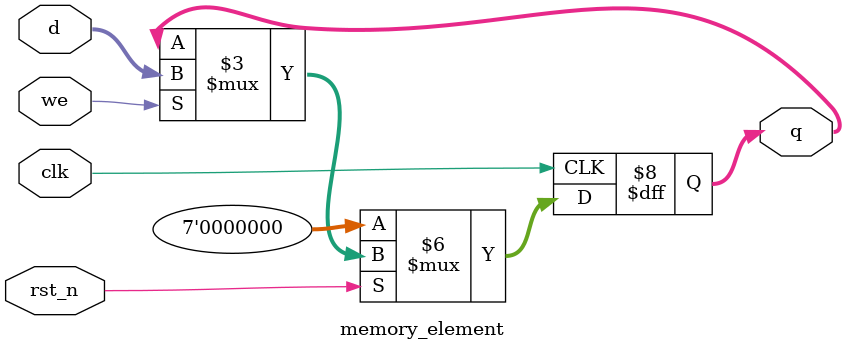
<source format=v>

module cam(input wire clk, ena, rst_n, we,
           input wire [6:0] content,
           output reg [15:0] found_addr);
  wire [6:0] data [15:0]; // data registers
  reg [15:0] current_address;

  always @(posedge clk) begin
    if (!rst_n) begin
      current_address <= 16'd1;
    end
    else begin
      if (we) begin
        // 16 registers (max address 4'd15) fit nicely
        if (current_address == 16'h8000)
          current_address <= 16'd1;
        else
          current_address <= current_address << 1;
      end
    end
  end
  
  // Register file generation
  genvar i;
  generate
    for (i = 0;i < 16;i = i+1) begin
      memory_element ele (.clk(clk),
                          .rst_n(rst_n),
                          .we(we & current_address[i]),
                          .d(content),
                          .q(data[i])
                         );
      always @(posedge clk) begin
          if (!rst_n) begin
            found_addr[i] <= 'd0;
          end
          else begin // Matching logic
            if (data[i] == content)
              found_addr[i] <= 'd1;
            else
              found_addr[i] <= 'd0;
          end
        end
    end
  endgenerate
  
endmodule

module memory_element(input clk, rst_n, we,
                      input [6:0] d,
                      output reg [6:0] q);
  always @(posedge clk) begin
    if (!rst_n) begin
      q <= 7'd0;
    end
    else begin
      if (we)
        q <= d;
    end
  end
endmodule

</source>
